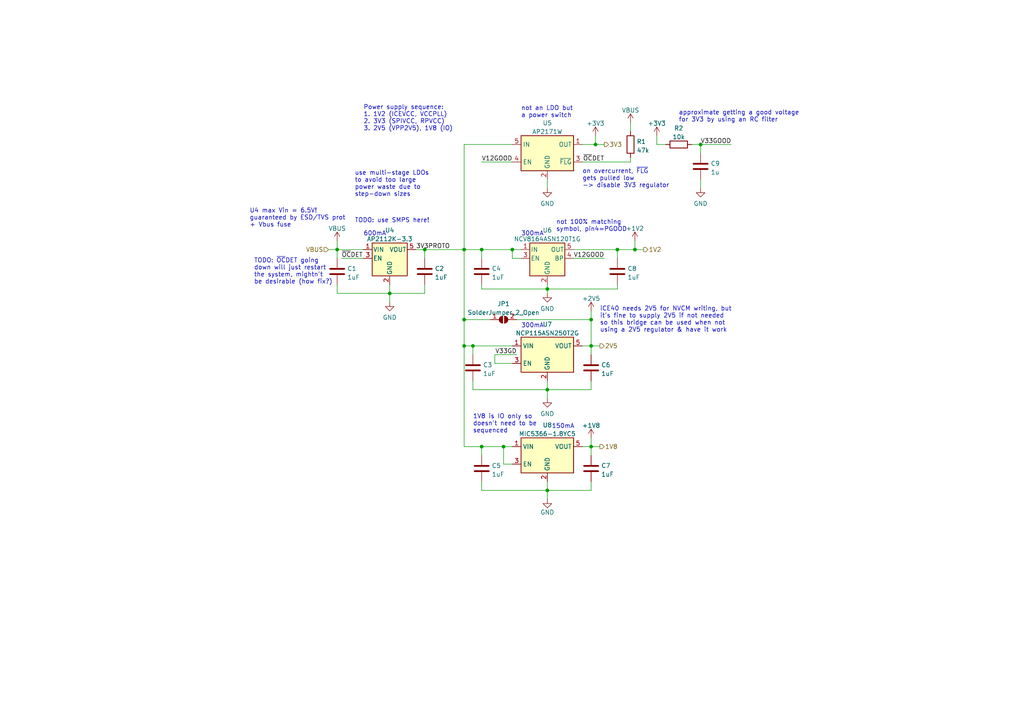
<source format=kicad_sch>
(kicad_sch (version 20211123) (generator eeschema)
  (paper "A4")
  (lib_symbols
    (symbol "Device:C" (pin_numbers hide) (pin_names (offset 0.254))
      (property "Reference" "C" (at 0.635 2.54 0))
      (property "Value" "C" (at 0.635 -2.54 0))
      (symbol "C_0_1"
        (polyline (pts (xy -2.032 -0.762) (xy 2.032 -0.762)) (stroke (width 0.508)))
        (polyline (pts (xy -2.032 0.762) (xy 2.032 0.762)) (stroke (width 0.508)))
      )
      (symbol "C_1_1"
        (pin passive line (at 0 3.81 270) (length 2.794) (name "~") (number "1"))
        (pin passive line (at 0 -3.81 90) (length 2.794) (name "~") (number "2"))
      )
    )
    (symbol "Device:R" (pin_numbers hide) (pin_names (offset 0))
      (property "Reference" "R" (at 2.032 0 90))
      (property "Value" "R" (at 0 0 90))
      (symbol "R_0_1"
        (rectangle (start -1.016 -2.54) (end 1.016 2.54) (stroke (width 0.254)))
      )
      (symbol "R_1_1"
        (pin passive line (at 0 3.81 270) (length 1.27) (name "~") (number "1"))
        (pin passive line (at 0 -3.81 90) (length 1.27) (name "~") (number "2"))
      )
    )
    (symbol "Jumper:SolderJumper_2_Open" (pin_names (offset 0) hide)
      (property "Reference" "JP" (at 0 2.032 0))
      (property "Value" "SolderJumper_2_Open" (at 0 -2.54 0))
      (symbol "SolderJumper_2_Open_0_1"
        (arc (start -0.254 1.016) (mid -1.27 0) (end -0.254 -1.016))
        (arc (start -0.254 1.016) (mid -1.27 0) (end -0.254 -1.016) (fill (type outline)))
        (polyline (pts (xy -0.254 1.016) (xy -0.254 -1.016)))
        (polyline (pts (xy 0.254 1.016) (xy 0.254 -1.016)))
        (arc (start 0.254 -1.016) (mid 1.27 0) (end 0.254 1.016))
        (arc (start 0.254 -1.016) (mid 1.27 0) (end 0.254 1.016) (fill (type outline)))
      )
      (symbol "SolderJumper_2_Open_1_1"
        (pin passive line (at -3.81 0 0) (length 2.54) (name "A") (number "1"))
        (pin passive line (at 3.81 0 180) (length 2.54) (name "B") (number "2"))
      )
    )
    (symbol "Power_Management:AP2171W"
      (property "Reference" "U" (at -7.62 -6.35 0))
      (property "Value" "AP2171W" (at -7.62 6.35 0))
      (symbol "AP2171W_0_1"
        (rectangle (start -7.62 5.08) (end 7.62 -5.08) (stroke (width 0.254)) (fill (type background)))
      )
      (symbol "AP2171W_1_1"
        (pin power_out line (at 10.16 2.54 180) (length 2.54) (name "OUT") (number "1"))
        (pin power_in line (at 0 -7.62 90) (length 2.54) (name "GND") (number "2"))
        (pin open_collector line (at 10.16 -2.54 180) (length 2.54) (name "~{FLG}") (number "3"))
        (pin input line (at -10.16 -2.54 0) (length 2.54) (name "EN") (number "4"))
        (pin power_in line (at -10.16 2.54 0) (length 2.54) (name "IN") (number "5"))
      )
    )
    (symbol "Regulator_Linear:AP2112K-3.3" (pin_names (offset 0.254))
      (property "Reference" "U" (at -5.08 5.715 0))
      (property "Value" "AP2112K-3.3" (at 0 5.715 0))
      (symbol "AP2112K-3.3_0_1"
        (rectangle (start -5.08 4.445) (end 5.08 -5.08) (stroke (width 0.254)) (fill (type background)))
      )
      (symbol "AP2112K-3.3_1_1"
        (pin power_in line (at -7.62 2.54 0) (length 2.54) (name "VIN") (number "1"))
        (pin power_in line (at 0 -7.62 90) (length 2.54) (name "GND") (number "2"))
        (pin input line (at -7.62 0 0) (length 2.54) (name "EN") (number "3"))
        (pin no_connect line (at 5.08 0 180) (length 2.54) hide (name "NC") (number "4"))
        (pin power_out line (at 7.62 2.54 180) (length 2.54) (name "VOUT") (number "5"))
      )
    )
    (symbol "Regulator_Linear:MIC5205-2.5YM5" (pin_names (offset 0.254))
      (property "Reference" "U" (at -3.81 5.715 0))
      (property "Value" "MIC5205-2.5YM5" (at 0 5.715 0))
      (symbol "MIC5205-2.5YM5_0_1"
        (rectangle (start -5.08 4.445) (end 5.08 -5.08) (stroke (width 0.254)) (fill (type background)))
      )
      (symbol "MIC5205-2.5YM5_1_1"
        (pin power_in line (at -7.62 2.54 0) (length 2.54) (name "IN") (number "1"))
        (pin power_in line (at 0 -7.62 90) (length 2.54) (name "GND") (number "2"))
        (pin input line (at -7.62 0 0) (length 2.54) (name "EN") (number "3"))
        (pin input line (at 7.62 0 180) (length 2.54) (name "BP") (number "4"))
        (pin power_out line (at 7.62 2.54 180) (length 2.54) (name "OUT") (number "5"))
      )
    )
    (symbol "Regulator_Linear:MIC5365-3.3YC5"
      (property "Reference" "U" (at -6.35 6.35 0))
      (property "Value" "MIC5365-3.3YC5" (at 0 6.35 0))
      (symbol "MIC5365-3.3YC5_0_1"
        (rectangle (start -7.62 -5.08) (end 7.62 5.08) (stroke (width 0.254)) (fill (type background)))
      )
      (symbol "MIC5365-3.3YC5_1_1"
        (pin power_in line (at -10.16 2.54 0) (length 2.54) (name "VIN") (number "1"))
        (pin power_in line (at 0 -7.62 90) (length 2.54) (name "GND") (number "2"))
        (pin input line (at -10.16 -2.54 0) (length 2.54) (name "EN") (number "3"))
        (pin no_connect line (at 7.62 -2.54 180) (length 2.54) hide (name "NC") (number "4"))
        (pin power_out line (at 10.16 2.54 180) (length 2.54) (name "VOUT") (number "5"))
      )
    )
    (symbol "power:+1V2" (power) (pin_names (offset 0))
      (property "Value" "+1V2" (at 0 3.556 0))
      (symbol "+1V2_0_1"
        (polyline (pts (xy -0.762 1.27) (xy 0 2.54)))
        (polyline (pts (xy 0 0) (xy 0 2.54)))
        (polyline (pts (xy 0 2.54) (xy 0.762 1.27)))
      )
      (symbol "+1V2_1_1"
        (pin power_in line (at 0 0 90) (length 0) hide (name "+1V2") (number "1"))
      )
    )
    (symbol "power:+1V8" (power) (pin_names (offset 0))
      (property "Value" "+1V8" (at 0 3.556 0))
      (symbol "+1V8_0_1"
        (polyline (pts (xy -0.762 1.27) (xy 0 2.54)))
        (polyline (pts (xy 0 0) (xy 0 2.54)))
        (polyline (pts (xy 0 2.54) (xy 0.762 1.27)))
      )
      (symbol "+1V8_1_1"
        (pin power_in line (at 0 0 90) (length 0) hide (name "+1V8") (number "1"))
      )
    )
    (symbol "power:+2V5" (power) (pin_names (offset 0))
      (property "Value" "+2V5" (at 0 3.556 0))
      (symbol "+2V5_0_1"
        (polyline (pts (xy -0.762 1.27) (xy 0 2.54)))
        (polyline (pts (xy 0 0) (xy 0 2.54)))
        (polyline (pts (xy 0 2.54) (xy 0.762 1.27)))
      )
      (symbol "+2V5_1_1"
        (pin power_in line (at 0 0 90) (length 0) hide (name "+2V5") (number "1"))
      )
    )
    (symbol "power:+3V3" (power) (pin_names (offset 0))
      (property "Value" "+3V3" (at 0 3.556 0))
      (symbol "+3V3_0_1"
        (polyline (pts (xy -0.762 1.27) (xy 0 2.54)))
        (polyline (pts (xy 0 0) (xy 0 2.54)))
        (polyline (pts (xy 0 2.54) (xy 0.762 1.27)))
      )
      (symbol "+3V3_1_1"
        (pin power_in line (at 0 0 90) (length 0) hide (name "+3V3") (number "1"))
      )
    )
    (symbol "power:GND" (power) (pin_names (offset 0))
      (property "Value" "GND" (at 0 -3.81 0))
      (symbol "GND_0_1"
        (polyline (pts (xy 0 0) (xy 0 -1.27) (xy 1.27 -1.27) (xy 0 -2.54) (xy -1.27 -1.27) (xy 0 -1.27)))
      )
      (symbol "GND_1_1"
        (pin power_in line (at 0 0 270) (length 0) hide (name "GND") (number "1"))
      )
    )
    (symbol "power:VBUS" (power) (pin_names (offset 0))
      (property "Value" "VBUS" (at 0 3.81 0))
      (symbol "VBUS_0_1"
        (polyline (pts (xy -0.762 1.27) (xy 0 2.54)))
        (polyline (pts (xy 0 0) (xy 0 2.54)))
        (polyline (pts (xy 0 2.54) (xy 0.762 1.27)))
      )
      (symbol "VBUS_1_1"
        (pin power_in line (at 0 0 90) (length 0) hide (name "VBUS") (number "1"))
      )
    )
  )
  (junction (at 148.59 72.39))
  (junction (at 134.62 92.71))
  (junction (at 171.45 100.33))
  (junction (at 184.15 72.39))
  (junction (at 97.79 72.39))
  (junction (at 171.45 129.54))
  (junction (at 158.75 142.24))
  (junction (at 137.16 100.33))
  (junction (at 179.07 72.39))
  (junction (at 172.72 41.91))
  (junction (at 171.45 92.71))
  (junction (at 158.75 113.03))
  (junction (at 134.62 100.33))
  (junction (at 203.2 41.91))
  (junction (at 139.7 72.39))
  (junction (at 113.03 85.09))
  (junction (at 139.7 129.54))
  (junction (at 158.75 83.82))
  (junction (at 123.19 72.39))
  (junction (at 146.05 129.54))
  (junction (at 134.62 72.39))
  (wire (pts (xy 171.45 100.33) (xy 173.99 100.33)))
  (wire (pts (xy 97.79 72.39) (xy 105.41 72.39)))
  (wire (pts (xy 143.51 105.41) (xy 148.59 105.41)))
  (wire (pts (xy 172.72 41.91) (xy 175.26 41.91)))
  (wire (pts (xy 171.45 110.49) (xy 171.45 113.03)))
  (wire (pts (xy 97.79 85.09) (xy 113.03 85.09)))
  (wire (pts (xy 184.15 69.85) (xy 184.15 72.39)))
  (wire (pts (xy 179.07 72.39) (xy 184.15 72.39)))
  (wire (pts (xy 139.7 129.54) (xy 146.05 129.54)))
  (wire (pts (xy 139.7 72.39) (xy 148.59 72.39)))
  (wire (pts (xy 139.7 72.39) (xy 139.7 74.93)))
  (wire (pts (xy 139.7 82.55) (xy 139.7 83.82)))
  (wire (pts (xy 182.88 45.72) (xy 182.88 46.99)))
  (wire (pts (xy 143.51 102.87) (xy 149.86 102.87)))
  (wire (pts (xy 137.16 100.33) (xy 137.16 102.87)))
  (wire (pts (xy 97.79 72.39) (xy 97.79 74.93)))
  (wire (pts (xy 137.16 100.33) (xy 148.59 100.33)))
  (wire (pts (xy 134.62 92.71) (xy 142.24 92.71)))
  (wire (pts (xy 134.62 41.91) (xy 134.62 72.39)))
  (wire (pts (xy 99.06 74.93) (xy 105.41 74.93)))
  (wire (pts (xy 134.62 41.91) (xy 148.59 41.91)))
  (wire (pts (xy 171.45 142.24) (xy 158.75 142.24)))
  (wire (pts (xy 184.15 72.39) (xy 186.69 72.39)))
  (wire (pts (xy 158.75 142.24) (xy 158.75 144.78)))
  (wire (pts (xy 123.19 72.39) (xy 134.62 72.39)))
  (wire (pts (xy 158.75 139.7) (xy 158.75 142.24)))
  (wire (pts (xy 137.16 113.03) (xy 158.75 113.03)))
  (wire (pts (xy 148.59 134.62) (xy 146.05 134.62)))
  (wire (pts (xy 139.7 139.7) (xy 139.7 142.24)))
  (wire (pts (xy 134.62 129.54) (xy 139.7 129.54)))
  (wire (pts (xy 171.45 113.03) (xy 158.75 113.03)))
  (wire (pts (xy 149.86 92.71) (xy 171.45 92.71)))
  (wire (pts (xy 143.51 105.41) (xy 143.51 102.87)))
  (wire (pts (xy 134.62 92.71) (xy 134.62 100.33)))
  (wire (pts (xy 134.62 100.33) (xy 134.62 129.54)))
  (wire (pts (xy 146.05 129.54) (xy 148.59 129.54)))
  (wire (pts (xy 190.5 41.91) (xy 193.04 41.91)))
  (wire (pts (xy 158.75 113.03) (xy 158.75 110.49)))
  (wire (pts (xy 179.07 82.55) (xy 179.07 83.82)))
  (wire (pts (xy 171.45 129.54) (xy 171.45 132.08)))
  (wire (pts (xy 166.37 74.93) (xy 175.26 74.93)))
  (wire (pts (xy 134.62 100.33) (xy 137.16 100.33)))
  (wire (pts (xy 95.25 72.39) (xy 97.79 72.39)))
  (wire (pts (xy 139.7 142.24) (xy 158.75 142.24)))
  (wire (pts (xy 171.45 127) (xy 171.45 129.54)))
  (wire (pts (xy 97.79 82.55) (xy 97.79 85.09)))
  (wire (pts (xy 139.7 83.82) (xy 158.75 83.82)))
  (wire (pts (xy 168.91 41.91) (xy 172.72 41.91)))
  (wire (pts (xy 139.7 46.99) (xy 148.59 46.99)))
  (wire (pts (xy 158.75 82.55) (xy 158.75 83.82)))
  (wire (pts (xy 113.03 82.55) (xy 113.03 85.09)))
  (wire (pts (xy 179.07 72.39) (xy 179.07 74.93)))
  (wire (pts (xy 158.75 52.07) (xy 158.75 54.61)))
  (wire (pts (xy 171.45 139.7) (xy 171.45 142.24)))
  (wire (pts (xy 203.2 41.91) (xy 212.09 41.91)))
  (wire (pts (xy 171.45 90.17) (xy 171.45 92.71)))
  (wire (pts (xy 123.19 85.09) (xy 113.03 85.09)))
  (wire (pts (xy 123.19 82.55) (xy 123.19 85.09)))
  (wire (pts (xy 168.91 100.33) (xy 171.45 100.33)))
  (wire (pts (xy 171.45 92.71) (xy 171.45 100.33)))
  (wire (pts (xy 203.2 41.91) (xy 203.2 44.45)))
  (wire (pts (xy 171.45 129.54) (xy 173.99 129.54)))
  (wire (pts (xy 113.03 85.09) (xy 113.03 87.63)))
  (wire (pts (xy 146.05 134.62) (xy 146.05 129.54)))
  (wire (pts (xy 190.5 41.91) (xy 190.5 39.37)))
  (wire (pts (xy 179.07 83.82) (xy 158.75 83.82)))
  (wire (pts (xy 166.37 72.39) (xy 179.07 72.39)))
  (wire (pts (xy 168.91 46.99) (xy 182.88 46.99)))
  (wire (pts (xy 182.88 35.56) (xy 182.88 38.1)))
  (wire (pts (xy 97.79 69.85) (xy 97.79 72.39)))
  (wire (pts (xy 172.72 41.91) (xy 172.72 39.37)))
  (wire (pts (xy 158.75 113.03) (xy 158.75 115.57)))
  (wire (pts (xy 137.16 110.49) (xy 137.16 113.03)))
  (wire (pts (xy 123.19 72.39) (xy 123.19 74.93)))
  (wire (pts (xy 134.62 72.39) (xy 134.62 92.71)))
  (wire (pts (xy 168.91 129.54) (xy 171.45 129.54)))
  (wire (pts (xy 158.75 83.82) (xy 158.75 85.09)))
  (wire (pts (xy 203.2 52.07) (xy 203.2 54.61)))
  (wire (pts (xy 171.45 100.33) (xy 171.45 102.87)))
  (wire (pts (xy 134.62 72.39) (xy 139.7 72.39)))
  (wire (pts (xy 120.65 72.39) (xy 123.19 72.39)))
  (wire (pts (xy 148.59 72.39) (xy 151.13 72.39)))
  (wire (pts (xy 139.7 129.54) (xy 139.7 132.08)))
  (wire (pts (xy 200.66 41.91) (xy 203.2 41.91)))
  (wire (pts (xy 151.13 74.93) (xy 148.59 74.93)))
  (wire (pts (xy 148.59 74.93) (xy 148.59 72.39)))
  (text "1V8 is IO only so\ndoesn't need to be\nsequenced" (at 137.16 125.73 0) (effects (font (size 1.27 1.27)) (justify left bottom)))
  (text "not an LDO but\na power switch" (at 151.13 34.29 0) (effects (font (size 1.27 1.27)) (justify left bottom)))
  (text "Power supply sequence:\n1. 1V2 (ICEVCC, VCCPLL)\n2. 3V3 (SPIVCC, RPVCC)\n3. 2V5 (VPP2V5), 1V8 (IO)" (at 105.41 38.1 0) (effects (font (size 1.27 1.27)) (justify left bottom)))
  (text "TODO: use SMPS here!" (at 102.87 64.77 0) (effects (font (size 1.27 1.27)) (justify left bottom)))
  (text "approximate getting a good voltage \nfor 3V3 by using an RC filter" (at 196.85 35.56 0) (effects (font (size 1.27 1.27)) (justify left bottom)))
  (text "on overcurrent, ~{FLG}\ngets pulled low\n-> disable 3V3 regulator" (at 168.91 54.61 0) (effects (font (size 1.27 1.27)) (justify left bottom)))
  (text "TODO: ~{OC}DET going\ndown will just restart\nthe system, mightn't\nbe desirable (how fix?)" (at 73.66 82.55 0) (effects (font (size 1.27 1.27)) (justify left bottom)))
  (text "use multi-stage LDOs\nto avoid too large\npower waste due to\nstep-down sizes" (at 102.87 57.15 0) (effects (font (size 1.27 1.27)) (justify left bottom)))
  (text "U4 max Vin = 6.5V!\nguaranteed by ESD/TVS prot\n+ Vbus fuse" (at 72.39 66.04 0) (effects (font (size 1.27 1.27)) (justify left bottom)))
  (text "150mA" (at 160.02 124.46 0) (effects (font (size 1.27 1.27)) (justify left bottom)))
  (text "600mA" (at 105.41 68.58 0) (effects (font (size 1.27 1.27)) (justify left bottom)))
  (text "300mA" (at 151.13 68.58 0) (effects (font (size 1.27 1.27)) (justify left bottom)))
  (text "300mA" (at 151.13 95.25 0) (effects (font (size 1.27 1.27)) (justify left bottom)))
  (text "iCE40 needs 2V5 for NVCM writing, but\nit's fine to supply 2V5 if not needed\nso this bridge can be used when not\nusing a 2V5 regulator & have it work" (at 173.99 96.52 0) (effects (font (size 1.27 1.27)) (justify left bottom)))
  (text "not 100% matching\nsymbol, pin4=PGOOD" (at 161.29 67.31 0) (effects (font (size 1.27 1.27)) (justify left bottom)))
  (label "~{OC}DET" (at 99.06 74.93 0))
  (label "V12GOOD" (at 139.7 46.99 0))
  (label "~{OC}DET" (at 175.26 46.99 180))
  (label "3V3PROTO" (at 120.65 72.39 0))
  (label "V12GOOD" (at 175.26 74.93 180))
  (label "V33GD" (at 149.86 102.87 180))
  (label "V33GOOD" (at 212.09 41.91 180))
  (hierarchical_label "2V5" (shape output) (at 173.99 100.33 0))
  (hierarchical_label "1V8" (shape output) (at 173.99 129.54 0))
  (hierarchical_label "1V2" (shape output) (at 186.69 72.39 0))
  (hierarchical_label "VBUS" (shape input) (at 95.25 72.39 180))
  (hierarchical_label "3V3" (shape output) (at 175.26 41.91 0))
  (symbol (lib_id "Device:C") (at 171.45 106.68 0) (unit 1)
    (property "Reference" "C6" (at 174.371 105.8453 0) (effects (justify left)))
    (property "Value" "1uF" (at 174.371 108.3822 0) (effects (justify left)))
    (property "Footprint" "Capacitor_SMD:C_0603_1608Metric" (effects hide))
  )
  (symbol (lib_id "Device:C") (at 137.16 106.68 0) (unit 1)
    (property "Reference" "C3" (at 140.081 105.8453 0) (effects (justify left)))
    (property "Value" "1uF" (at 140.081 108.3822 0) (effects (justify left)))
    (property "Footprint" "Capacitor_SMD:C_0603_1608Metric" (effects hide))
  )
  (symbol (lib_id "power:+2V5") (at 171.45 90.17 0) (unit 1)
    (property "Reference" "#PWR08" (effects hide))
    (property "Value" "+2V5" (at 171.45 86.5942 0))
  )
  (symbol (lib_id "Regulator_Linear:AP2112K-3.3") (at 113.03 74.93 0) (unit 1)
    (property "Reference" "U4" (at 113.03 66.7852 0))
    (property "Value" "AP2112K-3.3" (at 113.03 69.3221 0))
    (property "Footprint" "Package_TO_SOT_SMD:SOT-23-5" (effects hide))
    (property "Datasheet" "https://www.diodes.com/assets/Datasheets/AP2112.pdf" (effects hide))
  )
  (symbol (lib_id "Jumper:SolderJumper_2_Open") (at 146.05 92.71 0) (unit 1)
    (property "Reference" "JP1" (at 146.05 88.1212 0))
    (property "Value" "SolderJumper_2_Open" (at 146.05 90.6581 0))
    (property "Footprint" "Jumper:SolderJumper-2_P1.3mm_Open_RoundedPad1.0x1.5mm" (effects hide))
  )
  (symbol (lib_id "Regulator_Linear:MIC5365-3.3YC5") (at 158.75 132.08 0) (unit 1)
    (property "Reference" "U8" (at 158.75 123.3002 0))
    (property "Value" "MIC5366-1.8YC5" (at 158.75 125.8371 0))
    (property "Footprint" "Package_TO_SOT_SMD:SOT-353_SC-70-5" (effects hide))
    (property "Datasheet" "http://ww1.microchip.com/downloads/en/DeviceDoc/mic5365.pdf" (effects hide))
  )
  (symbol (lib_id "Device:C") (at 203.2 48.26 0) (unit 1)
    (property "Reference" "C9" (at 206.121 47.4253 0) (effects (justify left)))
    (property "Value" "1u" (at 206.121 49.9622 0) (effects (justify left)))
    (property "Footprint" "Capacitor_SMD:C_0603_1608Metric" (effects hide))
  )
  (symbol (lib_id "power:+3V3") (at 190.5 39.37 0) (unit 1)
    (property "Reference" "#PWR012" (effects hide))
    (property "Value" "+3V3" (at 190.5 35.7942 0))
  )
  (symbol (lib_id "Device:C") (at 139.7 78.74 0) (unit 1)
    (property "Reference" "C4" (at 142.621 77.9053 0) (effects (justify left)))
    (property "Value" "1uF" (at 142.621 80.4422 0) (effects (justify left)))
    (property "Footprint" "Capacitor_SMD:C_0603_1608Metric" (effects hide))
  )
  (symbol (lib_id "power:GND") (at 203.2 54.61 0) (unit 1)
    (property "Reference" "#PWR013" (effects hide))
    (property "Value" "GND" (at 203.2 59.0534 0))
  )
  (symbol (lib_id "Device:C") (at 171.45 135.89 0) (unit 1)
    (property "Reference" "C7" (at 174.371 135.0553 0) (effects (justify left)))
    (property "Value" "1uF" (at 174.371 137.5922 0) (effects (justify left)))
    (property "Footprint" "Capacitor_SMD:C_0603_1608Metric" (effects hide))
  )
  (symbol (lib_id "power:GND") (at 158.75 115.57 0) (unit 1)
    (property "Reference" "#PWR05" (effects hide))
    (property "Value" "GND" (at 158.75 120.0134 0))
  )
  (symbol (lib_id "power:GND") (at 158.75 144.78 0) (unit 1)
    (property "Reference" "#PWR06" (effects hide))
    (property "Value" "GND" (at 158.75 148.59 0))
  )
  (symbol (lib_id "power:+3V3") (at 172.72 39.37 0) (unit 1)
    (property "Reference" "#PWR07" (effects hide))
    (property "Value" "+3V3" (at 172.72 35.7942 0))
  )
  (symbol (lib_id "Power_Management:AP2171W") (at 158.75 44.45 0) (unit 1)
    (property "Reference" "U5" (at 158.75 35.6702 0))
    (property "Value" "AP2171W" (at 158.75 38.2071 0))
    (property "Footprint" "Package_TO_SOT_SMD:SOT-23-5" (effects hide))
    (property "Datasheet" "https://www.diodes.com/assets/Datasheets/AP2161.pdf" (effects hide))
  )
  (symbol (lib_id "Device:C") (at 179.07 78.74 0) (unit 1)
    (property "Reference" "C8" (at 181.991 77.9053 0) (effects (justify left)))
    (property "Value" "1uF" (at 181.991 80.4422 0) (effects (justify left)))
    (property "Footprint" "Capacitor_SMD:C_0603_1608Metric" (effects hide))
  )
  (symbol (lib_id "Device:C") (at 123.19 78.74 0) (unit 1)
    (property "Reference" "C2" (at 126.111 77.9053 0) (effects (justify left)))
    (property "Value" "1uF" (at 126.111 80.4422 0) (effects (justify left)))
    (property "Footprint" "Capacitor_SMD:C_0603_1608Metric" (effects hide))
  )
  (symbol (lib_id "power:VBUS") (at 97.79 69.85 0) (unit 1)
    (property "Reference" "#PWR01" (effects hide))
    (property "Value" "VBUS" (at 97.79 66.2742 0))
  )
  (symbol (lib_id "power:GND") (at 113.03 87.63 0) (unit 1)
    (property "Reference" "#PWR02" (effects hide))
    (property "Value" "GND" (at 113.03 92.0734 0))
  )
  (symbol (lib_id "Device:R") (at 182.88 41.91 0) (unit 1)
    (property "Reference" "R1" (at 184.658 41.0753 0) (effects (justify left)))
    (property "Value" "47k" (at 184.658 43.6122 0) (effects (justify left)))
    (property "Footprint" "Resistor_SMD:R_0603_1608Metric" (effects hide))
  )
  (symbol (lib_id "Device:C") (at 97.79 78.74 0) (unit 1)
    (property "Reference" "C1" (at 100.711 77.9053 0) (effects (justify left)))
    (property "Value" "1uF" (at 100.711 80.4422 0) (effects (justify left)))
    (property "Footprint" "Capacitor_SMD:C_0603_1608Metric" (effects hide))
  )
  (symbol (lib_id "power:+1V8") (at 171.45 127 0) (unit 1)
    (property "Reference" "#PWR09" (effects hide))
    (property "Value" "+1V8" (at 171.45 123.4242 0))
  )
  (symbol (lib_id "Regulator_Linear:MIC5365-3.3YC5") (at 158.75 102.87 0) (unit 1)
    (property "Reference" "U7" (at 158.75 94.0902 0))
    (property "Value" "NCP115ASN250T2G" (at 158.75 96.6271 0))
    (property "Footprint" "Package_TO_SOT_SMD:TSOT-23-5" (effects hide))
    (property "Datasheet" "https://www.onsemi.com/pub/Collateral/NCP115-D.PDF" (effects hide))
  )
  (symbol (lib_id "power:GND") (at 158.75 85.09 0) (unit 1)
    (property "Reference" "#PWR04" (effects hide))
    (property "Value" "GND" (at 158.75 89.5334 0))
  )
  (symbol (lib_id "power:GND") (at 158.75 54.61 0) (unit 1)
    (property "Reference" "#PWR03" (effects hide))
    (property "Value" "GND" (at 158.75 59.0534 0))
  )
  (symbol (lib_id "Device:C") (at 139.7 135.89 0) (unit 1)
    (property "Reference" "C5" (at 142.621 135.0553 0) (effects (justify left)))
    (property "Value" "1uF" (at 142.621 137.5922 0) (effects (justify left)))
    (property "Footprint" "Capacitor_SMD:C_0603_1608Metric" (effects hide))
  )
  (symbol (lib_id "Regulator_Linear:MIC5205-2.5YM5") (at 158.75 74.93 0) (unit 1)
    (property "Reference" "U6" (at 158.75 66.7852 0))
    (property "Value" "NCV8164ASN120T1G" (at 158.75 69.3221 0))
    (property "Footprint" "Package_TO_SOT_SMD:TSOT-23-5" (effects hide))
    (property "Datasheet" "https://www.onsemi.com/pdf/datasheet/ncv8164-d.pdf" (effects hide))
  )
  (symbol (lib_id "power:+1V2") (at 184.15 69.85 0) (unit 1)
    (property "Reference" "#PWR011" (effects hide))
    (property "Value" "+1V2" (at 184.15 66.2742 0))
  )
  (symbol (lib_id "Device:R") (at 196.85 41.91 90) (unit 1)
    (property "Reference" "R2" (at 196.85 37.1942 90))
    (property "Value" "10k" (at 196.85 39.7311 90))
    (property "Footprint" "Resistor_SMD:R_0603_1608Metric" (effects hide))
  )
  (symbol (lib_id "power:VBUS") (at 182.88 35.56 0) (unit 1)
    (property "Reference" "#PWR010" (effects hide))
    (property "Value" "VBUS" (at 182.88 31.9842 0))
  )
)
</source>
